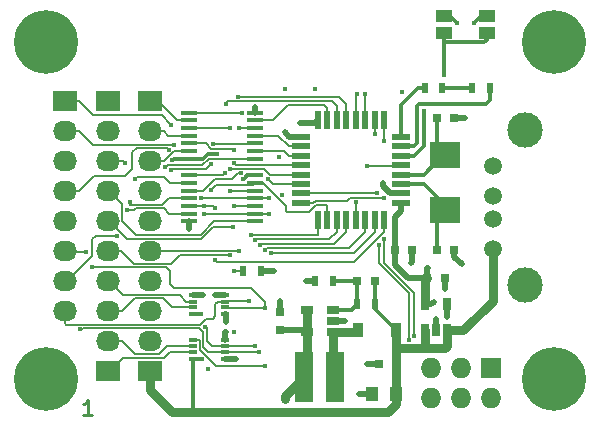
<source format=gtl>
G04 #@! TF.FileFunction,Copper,L1,Top,Signal*
%FSLAX46Y46*%
G04 Gerber Fmt 4.6, Leading zero omitted, Abs format (unit mm)*
G04 Created by KiCad (PCBNEW 4.0.5) date 02/11/17 17:41:13*
%MOMM*%
%LPD*%
G01*
G04 APERTURE LIST*
%ADD10C,0.100000*%
%ADD11C,0.250000*%
%ADD12C,5.400000*%
%ADD13R,2.032000X1.727200*%
%ADD14O,2.032000X1.727200*%
%ADD15R,1.397000X0.431800*%
%ADD16R,1.727200X1.727200*%
%ADD17O,1.727200X1.727200*%
%ADD18R,0.750000X0.400000*%
%ADD19R,0.750000X0.300000*%
%ADD20R,0.800000X0.750000*%
%ADD21R,0.750000X0.800000*%
%ADD22R,1.000000X1.250000*%
%ADD23R,0.500000X0.900000*%
%ADD24R,0.910000X1.220000*%
%ADD25C,1.501140*%
%ADD26C,2.999740*%
%ADD27R,1.500000X4.200000*%
%ADD28R,1.600000X0.550000*%
%ADD29R,0.550000X1.600000*%
%ADD30R,1.060000X0.650000*%
%ADD31R,0.650000X1.060000*%
%ADD32R,2.600000X2.260000*%
%ADD33R,1.400000X1.050000*%
%ADD34C,0.401600*%
%ADD35C,0.400000*%
%ADD36C,0.300000*%
%ADD37C,0.500000*%
%ADD38C,0.750000*%
%ADD39C,0.101600*%
%ADD40C,0.200000*%
%ADD41C,0.150000*%
G04 APERTURE END LIST*
D10*
D11*
X74371429Y-92588095D02*
X73628572Y-92588095D01*
X74000001Y-92588095D02*
X74000001Y-91288095D01*
X73876191Y-91473810D01*
X73752382Y-91597619D01*
X73628572Y-91659524D01*
D12*
X70500000Y-61000000D03*
D13*
X79300000Y-66000000D03*
D14*
X79300000Y-68540000D03*
X79300000Y-71080000D03*
X79300000Y-73620000D03*
X79300000Y-76160000D03*
X79300000Y-78700000D03*
D13*
X75700000Y-66000000D03*
D14*
X75700000Y-68540000D03*
X75700000Y-71080000D03*
X75700000Y-73620000D03*
X75700000Y-76160000D03*
X75700000Y-78700000D03*
D13*
X72100000Y-66000000D03*
D14*
X72100000Y-68540000D03*
X72100000Y-71080000D03*
X72100000Y-73620000D03*
X72100000Y-76160000D03*
X72100000Y-78700000D03*
X72100000Y-81240000D03*
X72100000Y-83780000D03*
D13*
X79300000Y-88840000D03*
D14*
X79300000Y-86300000D03*
X79300000Y-83760000D03*
X79300000Y-81220000D03*
D13*
X75700000Y-88840000D03*
D14*
X75700000Y-86300000D03*
X75700000Y-83760000D03*
X75700000Y-81220000D03*
D15*
X82606000Y-66969600D03*
X82606000Y-67604600D03*
X82606000Y-68265000D03*
X82606000Y-68900000D03*
X82606000Y-69560400D03*
X82606000Y-70208100D03*
X82606000Y-70855800D03*
X88194000Y-70855800D03*
X88194000Y-70208100D03*
X88194000Y-69560400D03*
X88194000Y-68900000D03*
X88194000Y-68252300D03*
X88194000Y-67604600D03*
X88194000Y-66956900D03*
X82606000Y-72269600D03*
X82606000Y-72904600D03*
X82606000Y-73565000D03*
X82606000Y-74200000D03*
X82606000Y-74860400D03*
X82606000Y-75508100D03*
X82606000Y-76155800D03*
X88194000Y-76155800D03*
X88194000Y-75508100D03*
X88194000Y-74860400D03*
X88194000Y-74200000D03*
X88194000Y-73552300D03*
X88194000Y-72904600D03*
X88194000Y-72256900D03*
D16*
X108140000Y-88600000D03*
D17*
X108140000Y-91140000D03*
X105600000Y-88600000D03*
X105600000Y-91140000D03*
X103060000Y-88600000D03*
X103060000Y-91140000D03*
D18*
X85675000Y-84000000D03*
D19*
X85675000Y-83450000D03*
X85675000Y-82950000D03*
D18*
X85675000Y-82400000D03*
X82925000Y-84000000D03*
D19*
X82925000Y-82950000D03*
X82925000Y-83450000D03*
D18*
X82925000Y-82400000D03*
D20*
X103550000Y-67400000D03*
X105050000Y-67400000D03*
X103550000Y-78600000D03*
X105050000Y-78600000D03*
D21*
X90300000Y-85350000D03*
X90300000Y-83850000D03*
D20*
X100000000Y-78600000D03*
X101500000Y-78600000D03*
X98350000Y-81200000D03*
X96850000Y-81200000D03*
X100150000Y-88200000D03*
X98650000Y-88200000D03*
D22*
X100100000Y-90800000D03*
X98100000Y-90800000D03*
D20*
X102750000Y-81000000D03*
X104250000Y-81000000D03*
D23*
X102550000Y-64900000D03*
X104050000Y-64900000D03*
D24*
X100135000Y-85400000D03*
X96865000Y-85400000D03*
D25*
X108290000Y-71500000D03*
X108290000Y-74000000D03*
X108290000Y-76000000D03*
X108290000Y-78500000D03*
D26*
X111000000Y-68430000D03*
X111000000Y-81570000D03*
D27*
X92350000Y-89300000D03*
X94980000Y-89300000D03*
D23*
X108050000Y-64900000D03*
X106550000Y-64900000D03*
X98350000Y-83200000D03*
X96850000Y-83200000D03*
X94750000Y-81200000D03*
X93250000Y-81200000D03*
X87150000Y-80400000D03*
X88650000Y-80400000D03*
D28*
X92050000Y-69000000D03*
X92050000Y-69800000D03*
X92050000Y-70600000D03*
X92050000Y-71400000D03*
X92050000Y-72200000D03*
X92050000Y-73000000D03*
X92050000Y-73800000D03*
X92050000Y-74600000D03*
D29*
X93500000Y-76050000D03*
X94300000Y-76050000D03*
X95100000Y-76050000D03*
X95900000Y-76050000D03*
X96700000Y-76050000D03*
X97500000Y-76050000D03*
X98300000Y-76050000D03*
X99100000Y-76050000D03*
D28*
X100550000Y-74600000D03*
X100550000Y-73800000D03*
X100550000Y-73000000D03*
X100550000Y-72200000D03*
X100550000Y-71400000D03*
X100550000Y-70600000D03*
X100550000Y-69800000D03*
X100550000Y-69000000D03*
D29*
X99100000Y-67550000D03*
X98300000Y-67550000D03*
X97500000Y-67550000D03*
X96700000Y-67550000D03*
X95900000Y-67550000D03*
X95100000Y-67550000D03*
X94300000Y-67550000D03*
X93500000Y-67550000D03*
D30*
X94800000Y-85550000D03*
X94800000Y-84600000D03*
X94800000Y-83650000D03*
X92600000Y-83650000D03*
X92600000Y-85550000D03*
D31*
X102550000Y-85400000D03*
X103500000Y-85400000D03*
X104450000Y-85400000D03*
X104450000Y-83200000D03*
X102550000Y-83200000D03*
D18*
X85675000Y-87800000D03*
D19*
X85675000Y-87250000D03*
X85675000Y-86750000D03*
D18*
X85675000Y-86200000D03*
X82925000Y-87800000D03*
D19*
X82925000Y-86750000D03*
X82925000Y-87250000D03*
D18*
X82925000Y-86200000D03*
D32*
X104300000Y-70570000D03*
X104300000Y-75230000D03*
D12*
X70500000Y-89500000D03*
X113500000Y-89500000D03*
X113500000Y-61000000D03*
D33*
X104200000Y-60225000D03*
X107800000Y-60225000D03*
X104200000Y-58775000D03*
X107800000Y-58775000D03*
D34*
X105300000Y-59400000D03*
X106700000Y-59400000D03*
X93300000Y-65000000D03*
X85000000Y-70478390D03*
X81172590Y-71000000D03*
D35*
X99000000Y-72900000D03*
X84200000Y-88700000D03*
X86400000Y-85500000D03*
X90200000Y-70700000D03*
X90700000Y-65000000D03*
X100600000Y-65200000D03*
X106000000Y-67400000D03*
X101400000Y-79700000D03*
X105700000Y-79800000D03*
X104300000Y-81900000D03*
X104400000Y-84300000D03*
X103500000Y-84400000D03*
X97000000Y-90800000D03*
X97700000Y-88200000D03*
X95800000Y-84600000D03*
X90300000Y-82900000D03*
X92500000Y-81200000D03*
X90700000Y-68600000D03*
X82600000Y-76800000D03*
X84800000Y-82400000D03*
X85700000Y-85500000D03*
X83800000Y-82400000D03*
X90700000Y-91200000D03*
D34*
X87200000Y-72600000D03*
X90500000Y-73900000D03*
D35*
X89800000Y-80400000D03*
X101100000Y-81000000D03*
X102800000Y-80100000D03*
X103300000Y-83000000D03*
X86600000Y-87800000D03*
X85700000Y-84700000D03*
X88200000Y-66500000D03*
X92000000Y-67800000D03*
D34*
X83572590Y-84000000D03*
X83700000Y-87800000D03*
X98300000Y-68800000D03*
X99100000Y-69400000D03*
X101196797Y-86222590D03*
X98700000Y-78200000D03*
X98500000Y-73795189D03*
X101600000Y-85900000D03*
X99102562Y-77698079D03*
X99100000Y-74200000D03*
X83900000Y-74900000D03*
X84800000Y-79404820D03*
X84800000Y-75000000D03*
X81100000Y-68000000D03*
X83900000Y-75500000D03*
X89500000Y-78854820D03*
X89400000Y-75500000D03*
X81300000Y-69700000D03*
X89007096Y-78600000D03*
X89022590Y-83500000D03*
X74400000Y-80000000D03*
X83606902Y-74200000D03*
X96700000Y-74550009D03*
X89400000Y-74200000D03*
X80900000Y-70100000D03*
X73400000Y-85300000D03*
X88604686Y-78200001D03*
X88500000Y-87200000D03*
X83916869Y-85083131D03*
X73900000Y-78800000D03*
X88202410Y-77702410D03*
X88200000Y-86700000D03*
X84423770Y-73523770D03*
X76500000Y-77400000D03*
X87800000Y-77300000D03*
X87700000Y-82900000D03*
X80600000Y-71600000D03*
X84622565Y-69575025D03*
X84450009Y-71316869D03*
X81100000Y-71800000D03*
X86800000Y-68300000D03*
X86800000Y-78700000D03*
X78000000Y-72600000D03*
X77600000Y-74500000D03*
X77300000Y-75200000D03*
X77200000Y-71200000D03*
X86400000Y-74900000D03*
X86300000Y-76600000D03*
X86400000Y-80400000D03*
X86100000Y-73600000D03*
X86100000Y-79027410D03*
X96800000Y-65400000D03*
X97500000Y-65400000D03*
X86422590Y-70100000D03*
X86402410Y-71233210D03*
X86100000Y-68300000D03*
X86050009Y-71700000D03*
X87050009Y-66965453D03*
X89300000Y-72600000D03*
X97700000Y-71500000D03*
X89000000Y-88400000D03*
X86700000Y-65595980D03*
X87000000Y-72104020D03*
X85600000Y-72100000D03*
X85700000Y-66200000D03*
X104200000Y-63800000D03*
X102500000Y-66800000D03*
D36*
X103550000Y-67400000D02*
X103550000Y-69820000D01*
X103550000Y-69820000D02*
X104300000Y-70570000D01*
X104300000Y-70570000D02*
X104130000Y-70570000D01*
X104130000Y-70570000D02*
X102500000Y-72200000D01*
X102500000Y-72200000D02*
X101650000Y-72200000D01*
X101650000Y-72200000D02*
X100550000Y-72200000D01*
X104200000Y-58775000D02*
X104675000Y-58775000D01*
X104675000Y-58775000D02*
X105300000Y-59400000D01*
X107800000Y-58775000D02*
X107325000Y-58775000D01*
X107325000Y-58775000D02*
X106700000Y-59400000D01*
X82606000Y-70855800D02*
X83782304Y-70855800D01*
X83782304Y-70855800D02*
X84159714Y-70478390D01*
X84159714Y-70478390D02*
X85000000Y-70478390D01*
X82606000Y-70855800D02*
X81316790Y-70855800D01*
X81316790Y-70855800D02*
X81172590Y-71000000D01*
D37*
X99600000Y-73800000D02*
X99000000Y-73200000D01*
X99000000Y-73200000D02*
X99000000Y-72900000D01*
X100550000Y-73800000D02*
X99600000Y-73800000D01*
X105050000Y-67400000D02*
X106000000Y-67400000D01*
X101500000Y-78600000D02*
X101500000Y-79600000D01*
X101500000Y-79600000D02*
X101400000Y-79700000D01*
X105050000Y-78600000D02*
X105050000Y-79150000D01*
X105050000Y-79150000D02*
X105700000Y-79800000D01*
X104250000Y-81000000D02*
X104250000Y-81850000D01*
X104250000Y-81850000D02*
X104300000Y-81900000D01*
X104450000Y-83200000D02*
X104450000Y-84250000D01*
X104450000Y-84250000D02*
X104400000Y-84300000D01*
X103500000Y-85400000D02*
X103500000Y-84400000D01*
X98100000Y-90800000D02*
X97000000Y-90800000D01*
X98650000Y-88200000D02*
X97700000Y-88200000D01*
X94800000Y-84600000D02*
X95800000Y-84600000D01*
X90300000Y-83850000D02*
X90300000Y-82900000D01*
X93250000Y-81200000D02*
X92500000Y-81200000D01*
X92050000Y-69000000D02*
X91100000Y-69000000D01*
X91100000Y-69000000D02*
X90700000Y-68600000D01*
X82606000Y-76155800D02*
X82606000Y-76794000D01*
X82606000Y-76794000D02*
X82600000Y-76800000D01*
X85675000Y-82400000D02*
X84800000Y-82400000D01*
X85675000Y-86200000D02*
X85675000Y-85525000D01*
X85675000Y-85525000D02*
X85700000Y-85500000D01*
X82925000Y-82400000D02*
X83800000Y-82400000D01*
D36*
X103550000Y-78600000D02*
X103550000Y-75980000D01*
X103550000Y-75980000D02*
X104300000Y-75230000D01*
X100550000Y-73000000D02*
X102500000Y-73000000D01*
X102500000Y-73000000D02*
X104300000Y-74800000D01*
X104300000Y-74800000D02*
X104300000Y-75230000D01*
D37*
X90300000Y-85350000D02*
X92400000Y-85350000D01*
X92400000Y-85350000D02*
X92600000Y-85550000D01*
D38*
X90700000Y-91200000D02*
X90700000Y-90950000D01*
X90700000Y-90950000D02*
X92350000Y-89300000D01*
X92600000Y-85550000D02*
X92600000Y-89050000D01*
X92600000Y-89050000D02*
X92350000Y-89300000D01*
X92600000Y-83650000D02*
X92600000Y-85550000D01*
D36*
X87200000Y-72600000D02*
X87300000Y-72500000D01*
X87300000Y-72500000D02*
X87300000Y-72476984D01*
X87300000Y-72476984D02*
X87520084Y-72256900D01*
X87520084Y-72256900D02*
X88194000Y-72256900D01*
D37*
X88650000Y-80400000D02*
X89800000Y-80400000D01*
X102750000Y-81000000D02*
X102750000Y-80150000D01*
X102750000Y-80150000D02*
X102800000Y-80100000D01*
X102550000Y-83200000D02*
X103100000Y-83200000D01*
X103100000Y-83200000D02*
X103300000Y-83000000D01*
X85675000Y-87800000D02*
X86600000Y-87800000D01*
X85700000Y-84700000D02*
X85700000Y-84025000D01*
X85700000Y-84025000D02*
X85675000Y-84000000D01*
X88194000Y-66956900D02*
X88194000Y-66506000D01*
X88194000Y-66506000D02*
X88200000Y-66500000D01*
X92000000Y-67800000D02*
X93250000Y-67800000D01*
X93250000Y-67800000D02*
X93500000Y-67550000D01*
D38*
X102550000Y-83200000D02*
X102550000Y-82300000D01*
X102550000Y-82300000D02*
X102550000Y-81200000D01*
D39*
X102552408Y-82302408D02*
X102550000Y-82300000D01*
D37*
X100000000Y-78600000D02*
X100000000Y-75800000D01*
X100000000Y-75800000D02*
X100550000Y-75250000D01*
X100550000Y-75250000D02*
X100550000Y-74600000D01*
X100000000Y-79900000D02*
X101100000Y-81000000D01*
X101100000Y-81000000D02*
X102750000Y-81000000D01*
X100000000Y-78600000D02*
X100000000Y-79900000D01*
D38*
X102550000Y-81200000D02*
X102750000Y-81000000D01*
X108300000Y-82900000D02*
X108290000Y-82890000D01*
X108290000Y-82890000D02*
X108290000Y-78500000D01*
X104450000Y-85400000D02*
X105800000Y-85400000D01*
X105800000Y-85400000D02*
X108300000Y-82900000D01*
D36*
X82925000Y-84000000D02*
X83572590Y-84000000D01*
D38*
X79300000Y-88840000D02*
X79300000Y-90453600D01*
X79300000Y-90453600D02*
X81121400Y-92275000D01*
X81121400Y-92275000D02*
X82925000Y-92275000D01*
D36*
X83700000Y-87800000D02*
X82925000Y-87800000D01*
D38*
X99400000Y-92300000D02*
X82900000Y-92300000D01*
D36*
X82925000Y-87800000D02*
X82925000Y-92275000D01*
X82925000Y-92275000D02*
X82900000Y-92300000D01*
D38*
X100100000Y-90800000D02*
X100100000Y-91600000D01*
X100100000Y-91600000D02*
X99400000Y-92300000D01*
X104230000Y-86900000D02*
X102500000Y-86900000D01*
X102500000Y-86900000D02*
X100135000Y-86900000D01*
X102550000Y-85400000D02*
X102550000Y-86850000D01*
X102550000Y-86850000D02*
X102500000Y-86900000D01*
X100135000Y-85400000D02*
X100135000Y-86900000D01*
X100135000Y-86900000D02*
X100135000Y-88185000D01*
X104450000Y-85400000D02*
X104450000Y-86680000D01*
X104450000Y-86680000D02*
X104230000Y-86900000D01*
D36*
X98350000Y-83200000D02*
X98350000Y-81200000D01*
X98350000Y-83200000D02*
X98350000Y-83615000D01*
X98350000Y-83615000D02*
X100135000Y-85400000D01*
D38*
X100100000Y-90800000D02*
X100100000Y-88250000D01*
X100100000Y-88250000D02*
X100150000Y-88200000D01*
X100135000Y-88185000D02*
X100150000Y-88200000D01*
D36*
X96850000Y-81200000D02*
X94750000Y-81200000D01*
X96850000Y-83200000D02*
X96850000Y-81200000D01*
X94800000Y-83650000D02*
X96400000Y-83650000D01*
X96400000Y-83650000D02*
X96850000Y-83200000D01*
X102550000Y-64900000D02*
X102000000Y-64900000D01*
X102000000Y-64900000D02*
X100550000Y-66350000D01*
X100550000Y-66350000D02*
X100550000Y-68425000D01*
X100550000Y-68425000D02*
X100550000Y-69000000D01*
X104050000Y-64900000D02*
X106550000Y-64900000D01*
D38*
X94800000Y-85550000D02*
X96715000Y-85550000D01*
X96715000Y-85550000D02*
X96865000Y-85400000D01*
X94800000Y-85550000D02*
X94800000Y-89120000D01*
X94800000Y-89120000D02*
X94980000Y-89300000D01*
D40*
X98300000Y-67550000D02*
X98300000Y-68800000D01*
X99100000Y-67550000D02*
X99100000Y-69400000D01*
D41*
X101196797Y-82196797D02*
X101196797Y-86222590D01*
X101196797Y-86272590D02*
X101196797Y-86222590D01*
X98700000Y-79700000D02*
X98700000Y-78200000D01*
X92050000Y-73800000D02*
X98495189Y-73800000D01*
X98495189Y-73800000D02*
X98500000Y-73795189D01*
X98700000Y-79700000D02*
X101196797Y-82196797D01*
X101600000Y-82200000D02*
X101600000Y-85900000D01*
X99100000Y-79700000D02*
X99102562Y-79697438D01*
X99102562Y-79697438D02*
X99102562Y-77698079D01*
X99100000Y-79700000D02*
X101600000Y-82200000D01*
X96000000Y-74400000D02*
X96227401Y-74172599D01*
X96227401Y-74172599D02*
X99072599Y-74172599D01*
X99072599Y-74172599D02*
X99100000Y-74200000D01*
X93320933Y-74400000D02*
X96000000Y-74400000D01*
X92050000Y-74600000D02*
X93120933Y-74600000D01*
X93120933Y-74600000D02*
X93320933Y-74400000D01*
D40*
X82606000Y-74860400D02*
X83860400Y-74860400D01*
X83860400Y-74860400D02*
X83900000Y-74900000D01*
X84700000Y-74900000D02*
X83900000Y-74900000D01*
X99100000Y-76050000D02*
X99100000Y-77050000D01*
X99100000Y-77050000D02*
X96544381Y-79605619D01*
X96544381Y-79605619D02*
X85000799Y-79605619D01*
X85000799Y-79605619D02*
X84800000Y-79404820D01*
X84700000Y-74900000D02*
X84800000Y-75000000D01*
D41*
X74466000Y-67200000D02*
X80296570Y-67200000D01*
X80296570Y-67200000D02*
X81096570Y-68000000D01*
X81096570Y-68000000D02*
X81100000Y-68000000D01*
X72100000Y-66000000D02*
X73266000Y-66000000D01*
X73266000Y-66000000D02*
X74466000Y-67200000D01*
X84004897Y-75508100D02*
X83908100Y-75508100D01*
X83908100Y-75508100D02*
X83900000Y-75500000D01*
D40*
X96545180Y-78804820D02*
X89550000Y-78804820D01*
X89550000Y-78804820D02*
X89500000Y-78854820D01*
X89400000Y-75500000D02*
X88202100Y-75500000D01*
X88202100Y-75500000D02*
X88194000Y-75508100D01*
X98300000Y-76050000D02*
X98300000Y-77050000D01*
X98300000Y-77050000D02*
X96545180Y-78804820D01*
D41*
X84004897Y-75508100D02*
X88194000Y-75508100D01*
X72100000Y-68540000D02*
X73266000Y-68540000D01*
X73266000Y-68540000D02*
X74426000Y-69700000D01*
X74426000Y-69700000D02*
X81300000Y-69700000D01*
D40*
X96097590Y-78452410D02*
X89154686Y-78452410D01*
X89154686Y-78452410D02*
X89007096Y-78600000D01*
D41*
X74400000Y-80000000D02*
X74451610Y-80051610D01*
X80651610Y-80051610D02*
X81000000Y-80400000D01*
X81300000Y-81800000D02*
X87800000Y-81800000D01*
X74451610Y-80051610D02*
X80651610Y-80051610D01*
X81000000Y-80400000D02*
X81000000Y-81500000D01*
X81000000Y-81500000D02*
X81300000Y-81800000D01*
X87800000Y-81800000D02*
X89022590Y-83022590D01*
X89022590Y-83022590D02*
X89022590Y-83500000D01*
D40*
X88904820Y-83500000D02*
X89022590Y-83500000D01*
X88904820Y-83500000D02*
X85725000Y-83500000D01*
X85725000Y-83500000D02*
X85675000Y-83450000D01*
X97500000Y-76050000D02*
X97500000Y-77050000D01*
X97500000Y-77050000D02*
X96097590Y-78452410D01*
D41*
X83606902Y-74200000D02*
X88194000Y-74200000D01*
X96700000Y-74500000D02*
X96700000Y-74550009D01*
X96700000Y-74550009D02*
X96700000Y-75100000D01*
X89400000Y-74200000D02*
X88194000Y-74200000D01*
X96700000Y-76050000D02*
X96700000Y-75100000D01*
X78148390Y-69951610D02*
X80751610Y-69951610D01*
X80751610Y-69951610D02*
X80900000Y-70100000D01*
X77800000Y-71700000D02*
X77800000Y-70300000D01*
X77800000Y-70300000D02*
X78148390Y-69951610D01*
X77200000Y-72300000D02*
X77800000Y-71700000D01*
X74586000Y-72300000D02*
X77200000Y-72300000D01*
X72100000Y-73620000D02*
X73266000Y-73620000D01*
X73266000Y-73620000D02*
X74586000Y-72300000D01*
X73400000Y-85300000D02*
X73527410Y-85300000D01*
X73527410Y-85300000D02*
X73675800Y-85151610D01*
D40*
X94850000Y-78100000D02*
X88704687Y-78100000D01*
X88704687Y-78100000D02*
X88604686Y-78200001D01*
X88500000Y-87200000D02*
X85725000Y-87200000D01*
X85725000Y-87200000D02*
X85675000Y-87250000D01*
X95900000Y-76050000D02*
X95900000Y-77050000D01*
X95900000Y-77050000D02*
X94850000Y-78100000D01*
D41*
X83451610Y-85151610D02*
X73675800Y-85151610D01*
X83800000Y-86800000D02*
X83800000Y-85500000D01*
X83800000Y-85500000D02*
X83451610Y-85151610D01*
X84200000Y-87200000D02*
X83800000Y-86800000D01*
X85100000Y-87200000D02*
X84200000Y-87200000D01*
X85675000Y-87250000D02*
X85150000Y-87250000D01*
X85150000Y-87250000D02*
X85100000Y-87200000D01*
X83916869Y-85083131D02*
X83933738Y-85100000D01*
X83933738Y-85100000D02*
X84100000Y-85100000D01*
X73900000Y-78800000D02*
X72200000Y-78800000D01*
X72200000Y-78800000D02*
X72100000Y-78700000D01*
D40*
X94450000Y-77700000D02*
X88204820Y-77700000D01*
X88204820Y-77700000D02*
X88202410Y-77702410D01*
X85798399Y-86700000D02*
X85748399Y-86750000D01*
X85748399Y-86750000D02*
X85675000Y-86750000D01*
X88200000Y-86700000D02*
X85798399Y-86700000D01*
X95100000Y-77050000D02*
X94450000Y-77700000D01*
X95100000Y-76050000D02*
X95100000Y-77050000D01*
D41*
X84550000Y-86750000D02*
X84100000Y-86300000D01*
X84100000Y-86300000D02*
X84100000Y-85100000D01*
X85675000Y-86750000D02*
X84550000Y-86750000D01*
X88194000Y-72904600D02*
X87998600Y-73100000D01*
X87998600Y-73100000D02*
X84847540Y-73100000D01*
X84847540Y-73100000D02*
X84624569Y-73322971D01*
X84624569Y-73322971D02*
X84423770Y-73523770D01*
X72100000Y-81240000D02*
X72252400Y-81240000D01*
X74400000Y-79092400D02*
X74400000Y-77700000D01*
X72252400Y-81240000D02*
X74400000Y-79092400D01*
X74400000Y-77700000D02*
X74700000Y-77400000D01*
X74700000Y-77400000D02*
X76500000Y-77400000D01*
D40*
X88194000Y-72904600D02*
X88823582Y-72904600D01*
X88823582Y-72904600D02*
X90800000Y-74881018D01*
X90800000Y-74881018D02*
X90800000Y-75300000D01*
X90800000Y-75300000D02*
X90900000Y-75400000D01*
X92712118Y-75400000D02*
X93312118Y-74800000D01*
X90900000Y-75400000D02*
X92712118Y-75400000D01*
X93312118Y-74800000D02*
X94200000Y-74800000D01*
X94200000Y-74800000D02*
X94300000Y-74900000D01*
X94300000Y-74900000D02*
X94300000Y-76050000D01*
D41*
X84800000Y-83200000D02*
X85050000Y-82950000D01*
X85050000Y-82950000D02*
X85675000Y-82950000D01*
X84800000Y-84200000D02*
X84800000Y-83200000D01*
X84600000Y-84400000D02*
X84800000Y-84200000D01*
X84000000Y-84400000D02*
X84600000Y-84400000D01*
X83500000Y-84900000D02*
X84000000Y-84400000D01*
D40*
X93500000Y-77300000D02*
X87800000Y-77300000D01*
X87700000Y-82900000D02*
X85725000Y-82900000D01*
X93500000Y-76050000D02*
X93500000Y-77300000D01*
D41*
X83500000Y-84900000D02*
X72206400Y-84900000D01*
X72206400Y-84900000D02*
X72100000Y-84793600D01*
X72100000Y-84793600D02*
X72100000Y-83780000D01*
X82606000Y-67604600D02*
X81604600Y-67604600D01*
X81604600Y-67604600D02*
X80000000Y-66000000D01*
X80000000Y-66000000D02*
X79300000Y-66000000D01*
X79300000Y-68540000D02*
X80466000Y-68540000D01*
X80466000Y-68540000D02*
X80826000Y-68900000D01*
X80826000Y-68900000D02*
X81757500Y-68900000D01*
X81757500Y-68900000D02*
X82606000Y-68900000D01*
X79300000Y-71080000D02*
X80466000Y-71080000D01*
X80466000Y-71080000D02*
X81337900Y-70208100D01*
X81337900Y-70208100D02*
X81757500Y-70208100D01*
X81757500Y-70208100D02*
X82606000Y-70208100D01*
X80800000Y-71400000D02*
X80600000Y-71600000D01*
X84244200Y-70855800D02*
X83700000Y-71400000D01*
X83700000Y-71400000D02*
X80800000Y-71400000D01*
X87345500Y-70855800D02*
X84244200Y-70855800D01*
X87345500Y-70855800D02*
X88194000Y-70855800D01*
X84622565Y-69575025D02*
X88179375Y-69575025D01*
X88179375Y-69575025D02*
X88194000Y-69560400D01*
X83872590Y-71727410D02*
X84039468Y-71727410D01*
X84039468Y-71727410D02*
X84450009Y-71316869D01*
X81135484Y-71727410D02*
X81135484Y-71764516D01*
X81135484Y-71764516D02*
X81100000Y-71800000D01*
X88154400Y-69600000D02*
X88194000Y-69560400D01*
X81135484Y-71727410D02*
X83872590Y-71727410D01*
X86900000Y-68300000D02*
X86800000Y-68300000D01*
X86800000Y-78700000D02*
X86331144Y-78700000D01*
X86331144Y-78700000D02*
X86281153Y-78650009D01*
X86281153Y-78650009D02*
X80515991Y-78650009D01*
X80515991Y-78650009D02*
X80466000Y-78700000D01*
X80466000Y-78700000D02*
X79300000Y-78700000D01*
X86900000Y-68300000D02*
X88146300Y-68300000D01*
X88146300Y-68300000D02*
X88194000Y-68252300D01*
X82606000Y-72904600D02*
X81004600Y-72904600D01*
X81004600Y-72904600D02*
X80500000Y-72400000D01*
X80500000Y-72400000D02*
X78200000Y-72400000D01*
X78200000Y-72400000D02*
X78000000Y-72600000D01*
X77600000Y-74800000D02*
X77600000Y-74500000D01*
X80300000Y-74800000D02*
X80900000Y-74200000D01*
X80900000Y-74200000D02*
X82606000Y-74200000D01*
X77600000Y-74800000D02*
X80300000Y-74800000D01*
X80451610Y-75051610D02*
X80908100Y-75508100D01*
X80908100Y-75508100D02*
X82606000Y-75508100D01*
X77951610Y-75200000D02*
X78100000Y-75051610D01*
X78100000Y-75051610D02*
X80451610Y-75051610D01*
X77300000Y-75200000D02*
X77951610Y-75200000D01*
X75700000Y-71080000D02*
X77080000Y-71080000D01*
X77080000Y-71080000D02*
X77200000Y-71200000D01*
X78100000Y-77300000D02*
X76922599Y-76122599D01*
X76922599Y-76122599D02*
X76922599Y-74690199D01*
X76922599Y-74690199D02*
X75852400Y-73620000D01*
X75852400Y-73620000D02*
X75700000Y-73620000D01*
X83600000Y-77300000D02*
X84744200Y-76155800D01*
X84744200Y-76155800D02*
X88194000Y-76155800D01*
X78100000Y-77300000D02*
X83600000Y-77300000D01*
X86472590Y-74900000D02*
X86400000Y-74900000D01*
X86300000Y-76600000D02*
X84655830Y-76600000D01*
X84655830Y-76600000D02*
X83628429Y-77627401D01*
X86472590Y-74900000D02*
X88154400Y-74900000D01*
X88154400Y-74900000D02*
X88194000Y-74860400D01*
X75700000Y-76160000D02*
X75852400Y-76160000D01*
X75852400Y-76160000D02*
X77319801Y-77627401D01*
X77319801Y-77627401D02*
X83628429Y-77627401D01*
X86400000Y-80400000D02*
X87150000Y-80400000D01*
X77900000Y-79800000D02*
X77900000Y-79746420D01*
X77900000Y-79746420D02*
X77906210Y-79740210D01*
X81079123Y-79740210D02*
X81079123Y-79793790D01*
X81079123Y-79793790D02*
X81072913Y-79800000D01*
X86100000Y-73600000D02*
X88146300Y-73600000D01*
X88146300Y-73600000D02*
X88194000Y-73552300D01*
X75700000Y-78700000D02*
X76866000Y-78700000D01*
X76866000Y-78700000D02*
X77906210Y-79740210D01*
X77900000Y-79800000D02*
X81072913Y-79800000D01*
X81079123Y-79740210D02*
X81791923Y-79027410D01*
X81791923Y-79027410D02*
X86100000Y-79027410D01*
D40*
X82925000Y-87250000D02*
X80950000Y-87250000D01*
X80950000Y-87250000D02*
X80498390Y-87701610D01*
X80498390Y-87701610D02*
X76990790Y-87701610D01*
X76990790Y-87701610D02*
X75852400Y-88840000D01*
X75852400Y-88840000D02*
X75700000Y-88840000D01*
X80650000Y-86750000D02*
X80650000Y-86803580D01*
X80650000Y-86803580D02*
X80053580Y-87400000D01*
X76916000Y-86300000D02*
X76916000Y-86316000D01*
X76916000Y-86316000D02*
X78000000Y-87400000D01*
X80053580Y-87400000D02*
X78000000Y-87400000D01*
X76916000Y-86300000D02*
X75700000Y-86300000D01*
X82925000Y-86750000D02*
X80650000Y-86750000D01*
X81150000Y-83450000D02*
X80394790Y-82694790D01*
X80394790Y-82694790D02*
X77981210Y-82694790D01*
X77981210Y-82694790D02*
X76916000Y-83760000D01*
X76916000Y-83760000D02*
X75700000Y-83760000D01*
X82925000Y-83450000D02*
X81150000Y-83450000D01*
X82925000Y-82950000D02*
X82350000Y-82950000D01*
X77025580Y-82393180D02*
X75852400Y-81220000D01*
X75852400Y-81220000D02*
X75700000Y-81220000D01*
X82350000Y-82950000D02*
X81793180Y-82393180D01*
X81793180Y-82393180D02*
X77025580Y-82393180D01*
D41*
X96700000Y-67550000D02*
X96700000Y-65500000D01*
X96700000Y-65500000D02*
X96800000Y-65400000D01*
X97500000Y-65400000D02*
X97500000Y-67550000D01*
D36*
X100550000Y-69800000D02*
X101650000Y-69800000D01*
X101650000Y-69800000D02*
X101900000Y-69550000D01*
X101900000Y-69550000D02*
X101900000Y-66400000D01*
X101900000Y-66400000D02*
X102100000Y-66200000D01*
X108050000Y-65850000D02*
X108050000Y-64900000D01*
X102100000Y-66200000D02*
X107700000Y-66200000D01*
X107700000Y-66200000D02*
X108050000Y-65850000D01*
D40*
X92050000Y-69800000D02*
X91050000Y-69800000D01*
X91050000Y-69800000D02*
X90150000Y-68900000D01*
X90150000Y-68900000D02*
X89092500Y-68900000D01*
X89092500Y-68900000D02*
X88194000Y-68900000D01*
X92050000Y-70600000D02*
X91050000Y-70600000D01*
X91050000Y-70600000D02*
X90658100Y-70208100D01*
X90658100Y-70208100D02*
X89092500Y-70208100D01*
X89092500Y-70208100D02*
X88194000Y-70208100D01*
X86400000Y-70000000D02*
X86400000Y-70077410D01*
X86400000Y-70077410D02*
X86422590Y-70100000D01*
X86600000Y-71400000D02*
X86569200Y-71400000D01*
X86569200Y-71400000D02*
X86402410Y-71233210D01*
X86400000Y-70000000D02*
X84478446Y-70000000D01*
X84478446Y-70000000D02*
X84038846Y-69560400D01*
X84038846Y-69560400D02*
X83504500Y-69560400D01*
X83504500Y-69560400D02*
X82606000Y-69560400D01*
X92050000Y-71400000D02*
X86600000Y-71400000D01*
D41*
X86100000Y-68300000D02*
X82641000Y-68300000D01*
X82641000Y-68300000D02*
X82606000Y-68265000D01*
D40*
X86401610Y-71701610D02*
X86051619Y-71701610D01*
X86051619Y-71701610D02*
X86050009Y-71700000D01*
X88915992Y-71701610D02*
X86401610Y-71701610D01*
X92050000Y-72200000D02*
X89414382Y-72200000D01*
X89414382Y-72200000D02*
X88915992Y-71701610D01*
X87050009Y-66965453D02*
X82610147Y-66965453D01*
X82610147Y-66965453D02*
X82606000Y-66969600D01*
X82636400Y-67000000D02*
X82606000Y-66969600D01*
X92050000Y-73000000D02*
X89700000Y-73000000D01*
X89700000Y-73000000D02*
X89300000Y-72600000D01*
D41*
X97700000Y-71500000D02*
X100450000Y-71500000D01*
X100450000Y-71500000D02*
X100550000Y-71400000D01*
X84900000Y-88400000D02*
X89000000Y-88400000D01*
X83548390Y-87048390D02*
X84900000Y-88400000D01*
X82925000Y-86200000D02*
X83450000Y-86200000D01*
X83450000Y-86200000D02*
X83548390Y-86298390D01*
X83548390Y-86298390D02*
X83548390Y-87048390D01*
D40*
X86700000Y-65595980D02*
X95300000Y-65600000D01*
X86700000Y-65600000D02*
X86700000Y-65595980D01*
X87000000Y-72104020D02*
X86950000Y-72054020D01*
X86950000Y-72054020D02*
X86745980Y-72054020D01*
X95900000Y-66200000D02*
X95900000Y-67550000D01*
X95300000Y-65600000D02*
X95900000Y-66200000D01*
X82606000Y-73565000D02*
X83813446Y-73565000D01*
X83813446Y-73565000D02*
X84807236Y-72571210D01*
X84807236Y-72571210D02*
X86228790Y-72571210D01*
X86228790Y-72571210D02*
X86745980Y-72054020D01*
X85600000Y-72100000D02*
X85430400Y-72269600D01*
X95100000Y-67550000D02*
X95100000Y-66400000D01*
X95100000Y-66400000D02*
X94700000Y-66000000D01*
X94700000Y-66000000D02*
X94176540Y-66000000D01*
X94176540Y-66000000D02*
X94174930Y-65998390D01*
X94174930Y-65998390D02*
X85901610Y-65998390D01*
X85901610Y-65998390D02*
X85700000Y-66200000D01*
X82606000Y-72269600D02*
X85430400Y-72269600D01*
X91000000Y-66300000D02*
X89695400Y-67604600D01*
X89695400Y-67604600D02*
X88194000Y-67604600D01*
X94050000Y-66300000D02*
X91000000Y-66300000D01*
X94300000Y-67550000D02*
X94300000Y-66550000D01*
X94300000Y-66550000D02*
X94050000Y-66300000D01*
D36*
X104200000Y-63800000D02*
X104200000Y-61000000D01*
X104200000Y-61000000D02*
X104200000Y-60225000D01*
X104700000Y-61000000D02*
X104200000Y-61000000D01*
X104701601Y-61001601D02*
X104700000Y-61000000D01*
X107598399Y-61001601D02*
X104701601Y-61001601D01*
X107800000Y-60800000D02*
X107598399Y-61001601D01*
X107800000Y-60225000D02*
X107800000Y-60800000D01*
X100550000Y-70600000D02*
X101650000Y-70600000D01*
X101650000Y-70600000D02*
X102500000Y-69750000D01*
X102500000Y-69750000D02*
X102500000Y-66800000D01*
M02*

</source>
